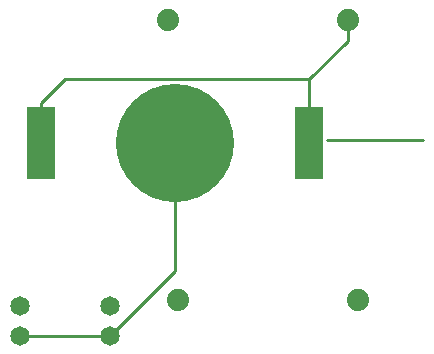
<source format=gtl>
G04 Layer: TopLayer*
G04 EasyEDA v6.5.50, 2025-06-16 12:03:04*
G04 55e65c3ac0eb4ad98c6e674942cef6fe,3f078cb1506742e7acfa9f53f525b8a4,10*
G04 Gerber Generator version 0.2*
G04 Scale: 100 percent, Rotated: No, Reflected: No *
G04 Dimensions in millimeters *
G04 leading zeros omitted , absolute positions ,4 integer and 5 decimal *
%FSLAX45Y45*%
%MOMM*%

%ADD10C,0.2540*%
%ADD11R,2.4000X6.1000*%
%ADD12C,10.0000*%
%ADD13C,1.6510*%
%ADD14C,1.8796*%
%ADD15C,0.0159*%

%LPD*%
D10*
X2192705Y2225497D02*
G01*
X1430705Y2225497D01*
X2743200Y3860800D02*
G01*
X2743200Y2775991D01*
X2192705Y2225497D01*
X3878199Y4396689D02*
G01*
X4203700Y4722190D01*
X4203700Y4902200D01*
X1608201Y4193768D02*
G01*
X1811121Y4396689D01*
X3878199Y4396689D01*
X3878199Y4193768D02*
G01*
X3878199Y4396689D01*
X3878199Y3860800D02*
G01*
X3878199Y4193768D01*
X1608201Y3860800D02*
G01*
X1608201Y4193768D01*
X4838700Y3886200D02*
G01*
X4026408Y3886200D01*
D11*
G01*
X3878199Y3860800D03*
D12*
G01*
X2743200Y3860800D03*
D11*
G01*
X1608201Y3860800D03*
D13*
G01*
X1430705Y2479497D03*
G01*
X1430705Y2225497D03*
G01*
X2192705Y2479497D03*
G01*
X2192705Y2225497D03*
D14*
G01*
X2679700Y4902200D03*
G01*
X4203700Y4902200D03*
G01*
X2768600Y2527300D03*
G01*
X4292600Y2527300D03*
M02*

</source>
